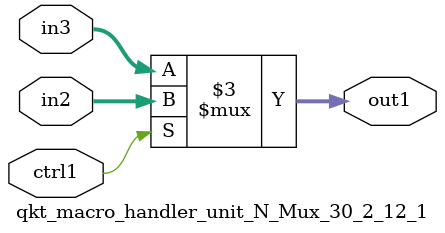
<source format=v>

`timescale 1ps / 1ps


module qkt_macro_handler_unit_N_Mux_30_2_12_1( in3, in2, ctrl1, out1 );

    input [29:0] in3;
    input [29:0] in2;
    input ctrl1;
    output [29:0] out1;
    reg [29:0] out1;

    
    // rtl_process:qkt_macro_handler_unit_N_Mux_30_2_12_1/qkt_macro_handler_unit_N_Mux_30_2_12_1_thread_1
    always @*
      begin : qkt_macro_handler_unit_N_Mux_30_2_12_1_thread_1
        case (ctrl1) 
          1'b1: 
            begin
              out1 = in2;
            end
          default: 
            begin
              out1 = in3;
            end
        endcase
      end

endmodule





</source>
